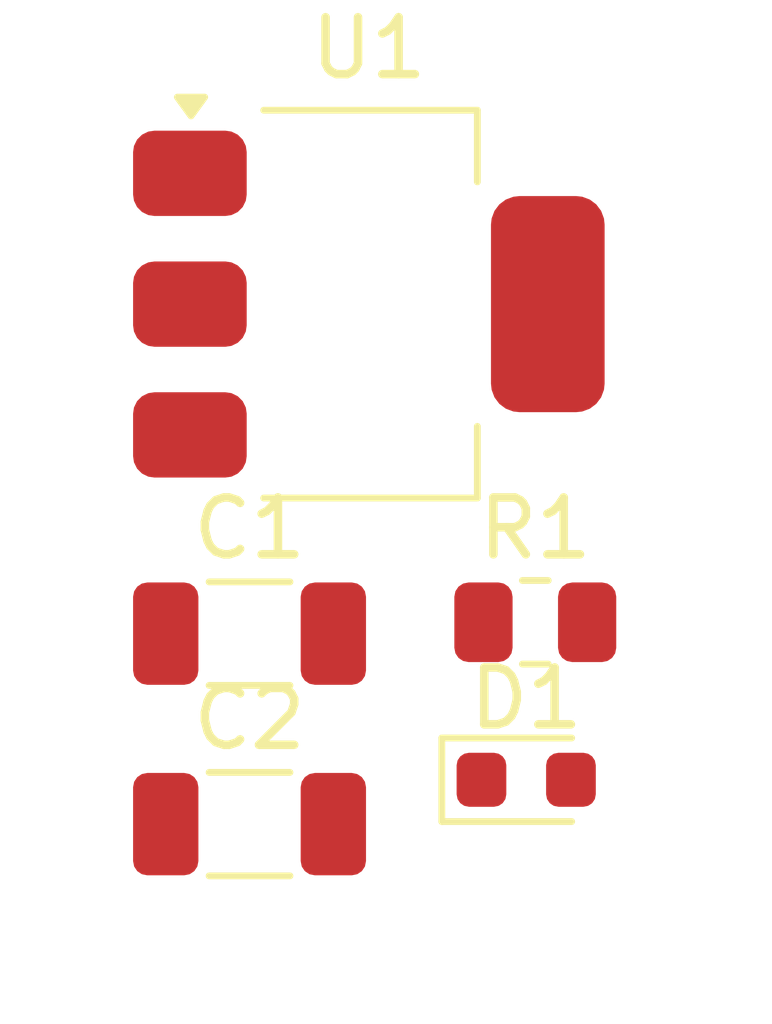
<source format=kicad_pcb>
(kicad_pcb (version 20240108) (generator "pcbnew") (generator_version "8.0")
  (layers (0 "F.Cu" signal) (31 "B.Cu" signal) (34 "B.Paste" user) (35 "F.Paste" user) (36 "B.SilkS" user "B.Silkscreen") (37 "F.SilkS" user "F.Silkscreen") (38 "B.Mask" user) (39 "F.Mask" user) (44 "Edge.Cuts" user))
  (net 0 "")
  (net 1 "GND")
  (net 2 "/LDO_3V3_AMS1117_/VCC")
  (net 3 "/LDO_3V3_AMS1117_/3V3")
  (net 4 "Net-(D1-A)")
  (footprint "Capacitor_SMD:C_1206_3216Metric" (layer "F.Cu") (at 128.3425 81.68)
    (property "Reference" "C1" (at 0 -1.85 0) (layer "F.SilkS"))
    (property "Value" "22uF/10V")
    (fp_line (start -0.711252 -0.91) (end 0.711252 -0.91) (stroke (width 0.12)) (layer "F.SilkS"))
    (fp_line (start -0.711252 0.91) (end 0.711252 0.91) (stroke (width 0.12)) (layer "F.SilkS"))
    (pad "1" smd roundrect (at -1.475 0) (size 1.15 1.8) (layers "F.Cu" "F.Paste" "F.Mask") (roundrect_rratio 0.217391) (net 2 "/LDO_3V3_AMS1117_/VCC"))
    (pad "2" smd roundrect (at 1.475 0) (size 1.15 1.8) (layers "F.Cu" "F.Paste" "F.Mask") (roundrect_rratio 0.217391) (net 1 "GND"))
  )
  (footprint "Resistor_SMD:R_0805_2012Metric" (layer "F.Cu") (at 133.3725 81.48)
    (property "Reference" "R1" (at 0 -1.65 0) (layer "F.SilkS"))
    (property "Value" "2k")
    (fp_line (start -0.227064 -0.735) (end 0.227064 -0.735) (stroke (width 0.12)) (layer "F.SilkS"))
    (fp_line (start -0.227064 0.735) (end 0.227064 0.735) (stroke (width 0.12)) (layer "F.SilkS"))
    (pad "1" smd roundrect (at -0.9125 0) (size 1.025 1.4) (layers "F.Cu" "F.Paste" "F.Mask") (roundrect_rratio 0.243902) (net 2 "/LDO_3V3_AMS1117_/VCC"))
    (pad "2" smd roundrect (at 0.9125 0) (size 1.025 1.4) (layers "F.Cu" "F.Paste" "F.Mask") (roundrect_rratio 0.243902) (net 4 "Net-(D1-A)"))
  )
  (footprint "LED_SMD:LED_0603_1608Metric" (layer "F.Cu") (at 133.2125 84.25)
    (property "Reference" "D1" (at 0 -1.43 0) (layer "F.SilkS"))
    (property "Value" "RED LED")
    (fp_line (start -1.485 -0.735) (end -1.485 0.735) (stroke (width 0.12)) (layer "F.SilkS"))
    (fp_line (start -1.485 0.735) (end 0.8 0.735) (stroke (width 0.12)) (layer "F.SilkS"))
    (fp_line (start 0.8 -0.735) (end -1.485 -0.735) (stroke (width 0.12)) (layer "F.SilkS"))
    (pad "1" smd roundrect (at -0.7875 0) (size 0.875 0.95) (layers "F.Cu" "F.Paste" "F.Mask") (net 1 "GND"))
    (pad "2" smd roundrect (at 0.7875 0) (size 0.875 0.95) (layers "F.Cu" "F.Paste" "F.Mask") (net 4 "Net-(D1-A)"))
  )
  (footprint "Capacitor_SMD:C_1206_3216Metric" (layer "F.Cu") (at 128.3425 85.03)
    (property "Reference" "C2" (at 0 -1.85 0) (layer "F.SilkS"))
    (property "Value" "22uF/10V")
    (fp_line (start -0.711252 -0.91) (end 0.711252 -0.91) (stroke (width 0.12)) (layer "F.SilkS"))
    (fp_line (start -0.711252 0.91) (end 0.711252 0.91) (stroke (width 0.12)) (layer "F.SilkS"))
    (pad "1" smd roundrect (at -1.475 0) (size 1.15 1.8) (layers "F.Cu" "F.Paste" "F.Mask") (roundrect_rratio 0.217391) (net 3 "/LDO_3V3_AMS1117_/3V3"))
    (pad "2" smd roundrect (at 1.475 0) (size 1.15 1.8) (layers "F.Cu" "F.Paste" "F.Mask") (roundrect_rratio 0.217391) (net 1 "GND"))
  )
  (footprint "Package_TO_SOT_SMD:SOT-223-3_TabPin2" (layer "F.Cu") (at 130.4425 75.885)
    (property "Reference" "U1" (at 0 -4.5 0) (layer "F.SilkS"))
    (property "Value" "AMS1117-3.3")
    (fp_line (start -1.85 -3.41) (end 1.91 -3.41) (stroke (width 0.12)) (layer "F.SilkS"))
    (fp_line (start -1.85 3.41) (end 1.91 3.41) (stroke (width 0.12)) (layer "F.SilkS"))
    (fp_line (start 1.91 -3.41) (end 1.91 -2.15) (stroke (width 0.12)) (layer "F.SilkS"))
    (fp_line (start 1.91 3.41) (end 1.91 2.15) (stroke (width 0.12)) (layer "F.SilkS"))
    (fp_poly (pts (xy -3.13 -3.31) (xy -3.37 -3.64) (xy -2.89 -3.64) (xy -3.13 -3.31)) (stroke (width 0.12)) (fill solid) (layer "F.SilkS"))
    (pad "1" smd roundrect (at -3.15 -2.3) (size 2 1.5) (layers "F.Cu" "F.Paste" "F.Mask") (net 1 "GND"))
    (pad "2" smd roundrect (at -3.15 0) (size 2 1.5) (layers "F.Cu" "F.Paste" "F.Mask") (net 3 "/LDO_3V3_AMS1117_/3V3"))
    (pad "2" smd roundrect (at 3.15 0) (size 2 3.8) (layers "F.Cu" "F.Paste" "F.Mask") (net 3 "/LDO_3V3_AMS1117_/3V3"))
    (pad "3" smd roundrect (at -3.15 2.3) (size 2 1.5) (layers "F.Cu" "F.Paste" "F.Mask") (net 2 "/LDO_3V3_AMS1117_/VCC"))
  )
)
</source>
